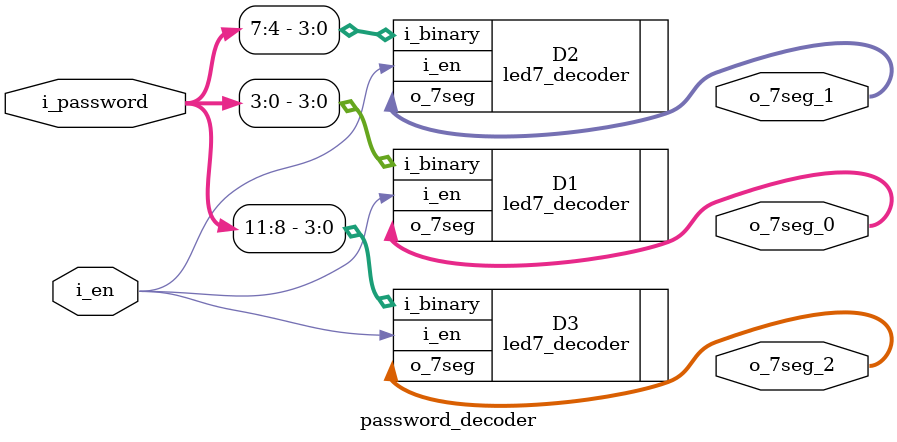
<source format=v>
`timescale 1ns / 1ps

module password_decoder(
    i_password,
    i_en,
    o_7seg_0,
    o_7seg_1,
    o_7seg_2
);

    input [11:0] i_password;
    input i_en;

    output [6:0] o_7seg_0;
    output [6:0] o_7seg_1;
    output [6:0] o_7seg_2;

    led7_decoder D1(
        .i_en(i_en),
        .i_binary(i_password[3:0]),
        .o_7seg(o_7seg_0)
    );
    led7_decoder D2(
        .i_en(i_en),
        .i_binary(i_password[7:4]),
        .o_7seg(o_7seg_1)
    );
    led7_decoder D3(
        .i_en(i_en),
        .i_binary(i_password[11:8]),
        .o_7seg(o_7seg_2)
    );

endmodule
</source>
